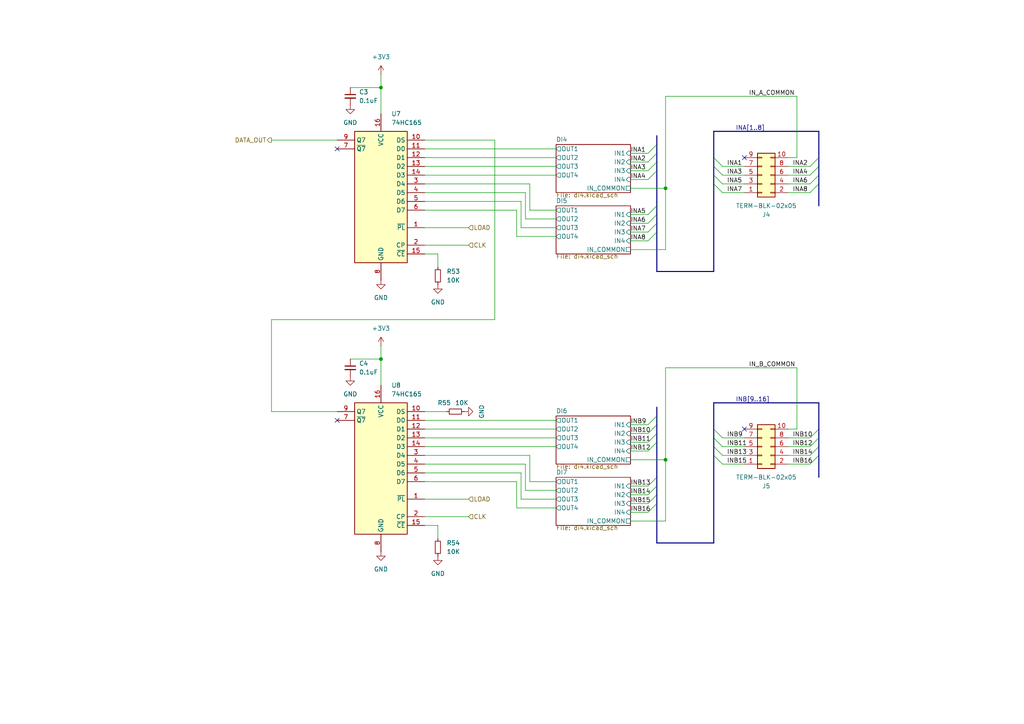
<source format=kicad_sch>
(kicad_sch (version 20231120) (generator "eeschema") (generator_version "8.0")
  (paper "A4")
  (lib_symbols
    (symbol "Device:C_Small" (pin_numbers hide) (pin_names (offset 0.254) hide)
      (property "Reference" "C" (at 0.254 1.778 0))
      (property "Value" "C_Small" (at 0.254 -2.032 0))
      (symbol "C_Small_0_1"
        (polyline (pts (xy -1.524 -0.508) (xy 1.524 -0.508)) (stroke (width 0.3302)))
        (polyline (pts (xy -1.524 0.508) (xy 1.524 0.508)) (stroke (width 0.3048)))
      )
      (symbol "C_Small_1_1"
        (pin passive line (at 0 2.54 270) (length 2.032) (name "~") (number "1"))
        (pin passive line (at 0 -2.54 90) (length 2.032) (name "~") (number "2"))
      )
    )
    (symbol "Device:R_Small" (pin_numbers hide) (pin_names (offset 0.254) hide)
      (property "Reference" "R" (at 0.762 0.508 0))
      (property "Value" "R_Small" (at 0.762 -1.016 0))
      (symbol "R_Small_0_1"
        (rectangle (start -0.762 1.778) (end 0.762 -1.778) (stroke (width 0.2032)))
      )
      (symbol "R_Small_1_1"
        (pin passive line (at 0 2.54 270) (length 0.762) (name "~") (number "1"))
        (pin passive line (at 0 -2.54 90) (length 0.762) (name "~") (number "2"))
      )
    )
    (symbol "hadv-connectors:TERM-BLK-02x05" (pin_names (offset 1.016) hide)
      (property "Reference" "J" (at 1.27 7.62 0))
      (property "Value" "TERM-BLK-02x05" (at 1.27 -7.62 0))
      (symbol "TERM-BLK-02x05_1_1"
        (rectangle (start -1.27 -4.953) (end 0 -5.207) (stroke (width 0.1524)))
        (rectangle (start -1.27 -2.413) (end 0 -2.667) (stroke (width 0.1524)))
        (rectangle (start -1.27 0.127) (end 0 -0.127) (stroke (width 0.1524)))
        (rectangle (start -1.27 2.667) (end 0 2.413) (stroke (width 0.1524)))
        (rectangle (start -1.27 5.207) (end 0 4.953) (stroke (width 0.1524)))
        (rectangle (start -1.27 6.35) (end 3.81 -6.35) (stroke (width 0.254)) (fill (type background)))
        (rectangle (start 3.81 -4.953) (end 2.54 -5.207) (stroke (width 0.1524)))
        (rectangle (start 3.81 -2.413) (end 2.54 -2.667) (stroke (width 0.1524)))
        (rectangle (start 3.81 0.127) (end 2.54 -0.127) (stroke (width 0.1524)))
        (rectangle (start 3.81 2.667) (end 2.54 2.413) (stroke (width 0.1524)))
        (rectangle (start 3.81 5.207) (end 2.54 4.953) (stroke (width 0.1524)))
        (pin passive line (at -5.08 5.08 0) (length 3.81) (name "Pin_1") (number "1"))
        (pin passive line (at 7.62 -5.08 180) (length 3.81) (name "Pin_10") (number "10"))
        (pin passive line (at 7.62 5.08 180) (length 3.81) (name "Pin_2") (number "2"))
        (pin passive line (at -5.08 2.54 0) (length 3.81) (name "Pin_3") (number "3"))
        (pin passive line (at 7.62 2.54 180) (length 3.81) (name "Pin_4") (number "4"))
        (pin passive line (at -5.08 0 0) (length 3.81) (name "Pin_5") (number "5"))
        (pin passive line (at 7.62 0 180) (length 3.81) (name "Pin_6") (number "6"))
        (pin passive line (at -5.08 -2.54 0) (length 3.81) (name "Pin_7") (number "7"))
        (pin passive line (at 7.62 -2.54 180) (length 3.81) (name "Pin_8") (number "8"))
        (pin passive line (at -5.08 -5.08 0) (length 3.81) (name "Pin_9") (number "9"))
      )
    )
    (symbol "hadv-interface:74HC165"
      (property "Reference" "U" (at -7.62 19.05 0))
      (property "Value" "74HC165" (at -7.62 -21.59 0))
      (symbol "74HC165_1_0"
        (pin input line (at -12.7 -10.16 0) (length 5.08) (name "~{PL}") (number "1"))
        (pin input line (at -12.7 15.24 0) (length 5.08) (name "DS") (number "10"))
        (pin input line (at -12.7 12.7 0) (length 5.08) (name "D0") (number "11"))
        (pin input line (at -12.7 10.16 0) (length 5.08) (name "D1") (number "12"))
        (pin input line (at -12.7 7.62 0) (length 5.08) (name "D2") (number "13"))
        (pin input line (at -12.7 5.08 0) (length 5.08) (name "D3") (number "14"))
        (pin input line (at -12.7 -17.78 0) (length 5.08) (name "~{CE}") (number "15"))
        (pin power_in line (at 0 22.86 270) (length 5.08) (name "VCC") (number "16"))
        (pin input line (at -12.7 -15.24 0) (length 5.08) (name "CP") (number "2"))
        (pin input line (at -12.7 2.54 0) (length 5.08) (name "D4") (number "3"))
        (pin input line (at -12.7 0 0) (length 5.08) (name "D5") (number "4"))
        (pin input line (at -12.7 -2.54 0) (length 5.08) (name "D6") (number "5"))
        (pin input line (at -12.7 -5.08 0) (length 5.08) (name "D7") (number "6"))
        (pin output line (at 12.7 12.7 180) (length 5.08) (name "~{Q7}") (number "7"))
        (pin power_in line (at 0 -25.4 90) (length 5.08) (name "GND") (number "8"))
        (pin output line (at 12.7 15.24 180) (length 5.08) (name "Q7") (number "9"))
      )
      (symbol "74HC165_1_1"
        (rectangle (start -7.62 17.78) (end 7.62 -20.32) (stroke (width 0.254)) (fill (type background)))
      )
    )
    (symbol "power:+3V3" (power) (pin_numbers hide) (pin_names (offset 0) hide)
      (property "Value" "+3V3" (at 0 3.556 0))
      (symbol "+3V3_0_1"
        (polyline (pts (xy -0.762 1.27) (xy 0 2.54)))
        (polyline (pts (xy 0 0) (xy 0 2.54)))
        (polyline (pts (xy 0 2.54) (xy 0.762 1.27)))
      )
      (symbol "+3V3_1_1"
        (pin power_in line (at 0 0 90) (length 0) (name "~") (number "1"))
      )
    )
    (symbol "power:GND" (power) (pin_numbers hide) (pin_names (offset 0) hide)
      (property "Value" "GND" (at 0 -3.81 0))
      (symbol "GND_0_1"
        (polyline (pts (xy 0 0) (xy 0 -1.27) (xy 1.27 -1.27) (xy 0 -2.54) (xy -1.27 -1.27) (xy 0 -1.27)))
      )
      (symbol "GND_1_1"
        (pin power_in line (at 0 0 270) (length 0) (name "~") (number "1"))
      )
    )
  )
  (junction (at 110.49 25.4))
  (junction (at 193.04 54.61))
  (junction (at 193.04 133.35))
  (junction (at 110.49 104.14))
  (no_connect (at 97.79 121.92))
  (no_connect (at 215.9 124.46))
  (no_connect (at 215.9 45.72))
  (no_connect (at 97.79 43.18))
  (bus_entry (at 207.01 50.8) (size 2.54 2.54))
  (bus_entry (at 207.01 48.26) (size 2.54 2.54))
  (bus_entry (at 190.5 120.65) (size -2.54 2.54))
  (bus_entry (at 190.5 138.43) (size -2.54 2.54))
  (bus_entry (at 237.49 45.72) (size -2.54 2.54))
  (bus_entry (at 190.5 62.23) (size -2.54 2.54))
  (bus_entry (at 190.5 67.31) (size -2.54 2.54))
  (bus_entry (at 190.5 49.53) (size -2.54 2.54))
  (bus_entry (at 207.01 127) (size 2.54 2.54))
  (bus_entry (at 190.5 123.19) (size -2.54 2.54))
  (bus_entry (at 190.5 46.99) (size -2.54 2.54))
  (bus_entry (at 207.01 45.72) (size 2.54 2.54))
  (bus_entry (at 190.5 128.27) (size -2.54 2.54))
  (bus_entry (at 190.5 140.97) (size -2.54 2.54))
  (bus_entry (at 190.5 59.69) (size -2.54 2.54))
  (bus_entry (at 190.5 44.45) (size -2.54 2.54))
  (bus_entry (at 190.5 125.73) (size -2.54 2.54))
  (bus_entry (at 237.49 127) (size -2.54 2.54))
  (bus_entry (at 237.49 53.34) (size -2.54 2.54))
  (bus_entry (at 237.49 132.08) (size -2.54 2.54))
  (bus_entry (at 190.5 143.51) (size -2.54 2.54))
  (bus_entry (at 207.01 132.08) (size 2.54 2.54))
  (bus_entry (at 190.5 146.05) (size -2.54 2.54))
  (bus_entry (at 237.49 124.46) (size -2.54 2.54))
  (bus_entry (at 237.49 48.26) (size -2.54 2.54))
  (bus_entry (at 207.01 129.54) (size 2.54 2.54))
  (bus_entry (at 207.01 53.34) (size 2.54 2.54))
  (bus_entry (at 207.01 124.46) (size 2.54 2.54))
  (bus_entry (at 190.5 41.91) (size -2.54 2.54))
  (bus_entry (at 237.49 129.54) (size -2.54 2.54))
  (bus_entry (at 237.49 50.8) (size -2.54 2.54))
  (bus_entry (at 190.5 64.77) (size -2.54 2.54))
  (wire (pts (xy 123.19 121.92) (xy 161.29 121.92)))
  (wire (pts (xy 209.55 129.54) (xy 215.9 129.54)))
  (wire (pts (xy 228.6 134.62) (xy 234.95 134.62)))
  (wire (pts (xy 231.14 106.68) (xy 193.04 106.68)))
  (wire (pts (xy 228.6 50.8) (xy 234.95 50.8)))
  (wire (pts (xy 123.19 48.26) (xy 161.29 48.26)))
  (bus (pts (xy 207.01 116.84) (xy 237.49 116.84)))
  (wire (pts (xy 182.88 151.13) (xy 193.04 151.13)))
  (wire (pts (xy 187.96 44.45) (xy 182.88 44.45)))
  (wire (pts (xy 187.96 64.77) (xy 182.88 64.77)))
  (wire (pts (xy 123.19 119.38) (xy 129.54 119.38)))
  (bus (pts (xy 190.5 59.69) (xy 190.5 62.23)))
  (wire (pts (xy 187.96 49.53) (xy 182.88 49.53)))
  (wire (pts (xy 153.67 132.08) (xy 153.67 139.7)))
  (bus (pts (xy 190.5 143.51) (xy 190.5 146.05)))
  (wire (pts (xy 149.86 147.32) (xy 161.29 147.32)))
  (wire (pts (xy 151.13 66.04) (xy 161.29 66.04)))
  (wire (pts (xy 123.19 60.96) (xy 149.86 60.96)))
  (bus (pts (xy 237.49 124.46) (xy 237.49 127)))
  (bus (pts (xy 207.01 45.72) (xy 207.01 38.1)))
  (wire (pts (xy 123.19 124.46) (xy 161.29 124.46)))
  (bus (pts (xy 190.5 157.48) (xy 207.01 157.48)))
  (bus (pts (xy 190.5 46.99) (xy 190.5 49.53)))
  (wire (pts (xy 209.55 127) (xy 215.9 127)))
  (wire (pts (xy 209.55 55.88) (xy 215.9 55.88)))
  (wire (pts (xy 101.6 104.14) (xy 110.49 104.14)))
  (wire (pts (xy 123.19 58.42) (xy 151.13 58.42)))
  (wire (pts (xy 231.14 124.46) (xy 231.14 106.68)))
  (bus (pts (xy 237.49 116.84) (xy 237.49 124.46)))
  (wire (pts (xy 228.6 45.72) (xy 231.14 45.72)))
  (wire (pts (xy 123.19 152.4) (xy 127 152.4)))
  (wire (pts (xy 193.04 27.94) (xy 193.04 54.61)))
  (wire (pts (xy 153.67 53.34) (xy 153.67 60.96)))
  (bus (pts (xy 207.01 38.1) (xy 237.49 38.1)))
  (bus (pts (xy 207.01 53.34) (xy 207.01 50.8)))
  (wire (pts (xy 123.19 137.16) (xy 151.13 137.16)))
  (bus (pts (xy 237.49 50.8) (xy 237.49 53.34)))
  (bus (pts (xy 237.49 48.26) (xy 237.49 50.8)))
  (bus (pts (xy 190.5 118.11) (xy 190.5 120.65)))
  (wire (pts (xy 228.6 53.34) (xy 234.95 53.34)))
  (bus (pts (xy 190.5 49.53) (xy 190.5 59.69)))
  (bus (pts (xy 190.5 125.73) (xy 190.5 128.27)))
  (wire (pts (xy 123.19 55.88) (xy 152.4 55.88)))
  (wire (pts (xy 182.88 143.51) (xy 187.96 143.51)))
  (wire (pts (xy 153.67 60.96) (xy 161.29 60.96)))
  (wire (pts (xy 110.49 100.33) (xy 110.49 104.14)))
  (wire (pts (xy 187.96 52.07) (xy 182.88 52.07)))
  (bus (pts (xy 207.01 124.46) (xy 207.01 116.84)))
  (bus (pts (xy 237.49 129.54) (xy 237.49 132.08)))
  (wire (pts (xy 123.19 134.62) (xy 152.4 134.62)))
  (bus (pts (xy 190.5 64.77) (xy 190.5 67.31)))
  (wire (pts (xy 152.4 134.62) (xy 152.4 142.24)))
  (wire (pts (xy 228.6 124.46) (xy 231.14 124.46)))
  (bus (pts (xy 190.5 146.05) (xy 190.5 157.48)))
  (bus (pts (xy 190.5 39.37) (xy 190.5 41.91)))
  (wire (pts (xy 151.13 144.78) (xy 161.29 144.78)))
  (bus (pts (xy 207.01 50.8) (xy 207.01 48.26)))
  (wire (pts (xy 193.04 72.39) (xy 193.04 54.61)))
  (wire (pts (xy 152.4 55.88) (xy 152.4 63.5)))
  (wire (pts (xy 187.96 46.99) (xy 182.88 46.99)))
  (wire (pts (xy 78.74 119.38) (xy 97.79 119.38)))
  (wire (pts (xy 123.19 127) (xy 161.29 127)))
  (wire (pts (xy 78.74 92.71) (xy 143.51 92.71)))
  (wire (pts (xy 228.6 55.88) (xy 234.95 55.88)))
  (wire (pts (xy 209.55 53.34) (xy 215.9 53.34)))
  (wire (pts (xy 123.19 71.12) (xy 135.89 71.12)))
  (bus (pts (xy 190.5 120.65) (xy 190.5 123.19)))
  (wire (pts (xy 123.19 45.72) (xy 161.29 45.72)))
  (wire (pts (xy 187.96 125.73) (xy 182.88 125.73)))
  (bus (pts (xy 207.01 129.54) (xy 207.01 127)))
  (bus (pts (xy 190.5 41.91) (xy 190.5 44.45)))
  (wire (pts (xy 193.04 106.68) (xy 193.04 133.35)))
  (wire (pts (xy 123.19 129.54) (xy 161.29 129.54)))
  (wire (pts (xy 153.67 139.7) (xy 161.29 139.7)))
  (wire (pts (xy 193.04 151.13) (xy 193.04 133.35)))
  (bus (pts (xy 237.49 38.1) (xy 237.49 45.72)))
  (wire (pts (xy 182.88 72.39) (xy 193.04 72.39)))
  (wire (pts (xy 187.96 128.27) (xy 182.88 128.27)))
  (wire (pts (xy 187.96 67.31) (xy 182.88 67.31)))
  (bus (pts (xy 207.01 127) (xy 207.01 124.46)))
  (bus (pts (xy 207.01 157.48) (xy 207.01 132.08)))
  (wire (pts (xy 228.6 127) (xy 234.95 127)))
  (wire (pts (xy 123.19 66.04) (xy 135.89 66.04)))
  (bus (pts (xy 207.01 132.08) (xy 207.01 129.54)))
  (wire (pts (xy 123.19 73.66) (xy 127 73.66)))
  (wire (pts (xy 149.86 60.96) (xy 149.86 68.58)))
  (wire (pts (xy 209.55 50.8) (xy 215.9 50.8)))
  (bus (pts (xy 237.49 45.72) (xy 237.49 48.26)))
  (wire (pts (xy 151.13 58.42) (xy 151.13 66.04)))
  (wire (pts (xy 127 152.4) (xy 127 156.21)))
  (bus (pts (xy 237.49 132.08) (xy 237.49 138.43)))
  (bus (pts (xy 190.5 78.74) (xy 207.01 78.74)))
  (bus (pts (xy 190.5 140.97) (xy 190.5 143.51)))
  (bus (pts (xy 237.49 53.34) (xy 237.49 59.69)))
  (wire (pts (xy 228.6 129.54) (xy 234.95 129.54)))
  (wire (pts (xy 228.6 132.08) (xy 234.95 132.08)))
  (wire (pts (xy 193.04 133.35) (xy 182.88 133.35)))
  (wire (pts (xy 151.13 137.16) (xy 151.13 144.78)))
  (wire (pts (xy 123.19 53.34) (xy 153.67 53.34)))
  (wire (pts (xy 143.51 40.64) (xy 123.19 40.64)))
  (wire (pts (xy 187.96 140.97) (xy 182.88 140.97)))
  (wire (pts (xy 101.6 25.4) (xy 110.49 25.4)))
  (wire (pts (xy 110.49 104.14) (xy 110.49 111.76)))
  (wire (pts (xy 143.51 92.71) (xy 143.51 40.64)))
  (wire (pts (xy 123.19 144.78) (xy 135.89 144.78)))
  (wire (pts (xy 123.19 139.7) (xy 149.86 139.7)))
  (wire (pts (xy 123.19 149.86) (xy 135.89 149.86)))
  (wire (pts (xy 152.4 63.5) (xy 161.29 63.5)))
  (bus (pts (xy 237.49 127) (xy 237.49 129.54)))
  (wire (pts (xy 78.74 40.64) (xy 97.79 40.64)))
  (bus (pts (xy 190.5 123.19) (xy 190.5 125.73)))
  (wire (pts (xy 187.96 69.85) (xy 182.88 69.85)))
  (wire (pts (xy 123.19 132.08) (xy 153.67 132.08)))
  (bus (pts (xy 190.5 62.23) (xy 190.5 64.77)))
  (wire (pts (xy 149.86 68.58) (xy 161.29 68.58)))
  (wire (pts (xy 127 73.66) (xy 127 77.47)))
  (bus (pts (xy 207.01 48.26) (xy 207.01 45.72)))
  (wire (pts (xy 228.6 48.26) (xy 234.95 48.26)))
  (wire (pts (xy 187.96 146.05) (xy 182.88 146.05)))
  (wire (pts (xy 149.86 139.7) (xy 149.86 147.32)))
  (wire (pts (xy 193.04 54.61) (xy 182.88 54.61)))
  (wire (pts (xy 152.4 142.24) (xy 161.29 142.24)))
  (wire (pts (xy 123.19 50.8) (xy 161.29 50.8)))
  (bus (pts (xy 190.5 44.45) (xy 190.5 46.99)))
  (bus (pts (xy 190.5 128.27) (xy 190.5 138.43)))
  (bus (pts (xy 190.5 67.31) (xy 190.5 78.74)))
  (wire (pts (xy 110.49 25.4) (xy 110.49 33.02)))
  (wire (pts (xy 187.96 123.19) (xy 182.88 123.19)))
  (wire (pts (xy 110.49 21.59) (xy 110.49 25.4)))
  (wire (pts (xy 209.55 48.26) (xy 215.9 48.26)))
  (wire (pts (xy 209.55 132.08) (xy 215.9 132.08)))
  (wire (pts (xy 187.96 148.59) (xy 182.88 148.59)))
  (wire (pts (xy 209.55 134.62) (xy 215.9 134.62)))
  (bus (pts (xy 190.5 138.43) (xy 190.5 140.97)))
  (wire (pts (xy 187.96 62.23) (xy 182.88 62.23)))
  (wire (pts (xy 78.74 119.38) (xy 78.74 92.71)))
  (bus (pts (xy 207.01 78.74) (xy 207.01 53.34)))
  (wire (pts (xy 123.19 43.18) (xy 161.29 43.18)))
  (wire (pts (xy 187.96 130.81) (xy 182.88 130.81)))
  (wire (pts (xy 231.14 45.72) (xy 231.14 27.94)))
  (wire (pts (xy 231.14 27.94) (xy 193.04 27.94)))
  (label "INA7" (at 182.88 67.31 0))
  (label "INA3" (at 210.82 50.8 0))
  (label "INA2" (at 182.88 46.99 0))
  (label "INA3" (at 182.88 49.53 0))
  (label "INA5" (at 210.82 53.34 0))
  (label "INB16" (at 229.87 134.62 0))
  (label "INB14" (at 229.87 132.08 0))
  (label "INA4" (at 182.88 52.07 0))
  (label "INA8" (at 229.87 55.88 0))
  (label "IN_A_COMMON" (at 217.17 27.94 0))
  (label "INA8" (at 182.88 69.85 0))
  (label "INB9" (at 182.88 123.19 0))
  (label "INB12" (at 182.88 130.81 0))
  (label "INA6" (at 229.87 53.34 0))
  (label "IN_B_COMMON" (at 217.17 106.68 0))
  (label "INA5" (at 182.88 62.23 0))
  (label "INB15" (at 210.82 134.62 0))
  (label "INB16" (at 182.88 148.59 0))
  (label "INA1" (at 210.82 48.26 0))
  (label "INA2" (at 229.87 48.26 0))
  (label "INA7" (at 210.82 55.88 0))
  (label "INB13" (at 210.82 132.08 0))
  (label "INB9" (at 210.82 127 0))
  (label "INA1" (at 182.88 44.45 0))
  (label "INB10" (at 182.88 125.73 0))
  (label "INB11" (at 210.82 129.54 0))
  (label "INA[1..8]" (at 213.36 38.1 0))
  (label "INB15" (at 182.88 146.05 0))
  (label "INB11" (at 182.88 128.27 0))
  (label "INB13" (at 182.88 140.97 0))
  (label "INB12" (at 229.87 129.54 0))
  (label "INA4" (at 229.87 50.8 0))
  (label "INB14" (at 182.88 143.51 0))
  (label "INB10" (at 229.87 127 0))
  (label "INA6" (at 182.88 64.77 0))
  (label "INB[9..16]" (at 213.36 116.84 0))
  (hierarchical_label "CLK" (shape input) (at 135.89 71.12 0))
  (hierarchical_label "LOAD" (shape input) (at 135.89 144.78 0))
  (hierarchical_label "LOAD" (shape input) (at 135.89 66.04 0))
  (hierarchical_label "DATA_OUT" (shape output) (at 78.74 40.64 180))
  (hierarchical_label "CLK" (shape input) (at 135.89 149.86 0))
  (symbol (lib_id "power:GND") (at 110.49 160.02 0) (unit 1)
    (property "Reference" "#PWR026" (effects (hide yes)))
    (property "Value" "GND" (at 110.49 165.1 0))
    (property "Description" "Power symbol creates a global label with name \"GND\" , ground" (effects (hide yes)))
  )
  (symbol (lib_id "Device:R_Small") (at 127 80.01 0) (unit 1)
    (property "Reference" "R53" (at 129.54 78.7399 0) (effects (justify left)))
    (property "Value" "10K" (at 129.54 81.2799 0) (effects (justify left)))
    (property "Footprint" "Resistor_SMD:R_0603_1608Metric" (effects (hide yes)))
    (property "Description" "Resistor, small symbol" (effects (hide yes)))
    (property "LCSC#" "C98220" (effects (hide yes)))
  )
  (symbol (lib_id "power:GND") (at 101.6 109.22 0) (unit 1)
    (property "Reference" "#PWR022" (effects (hide yes)))
    (property "Value" "GND" (at 101.6 114.3 0))
    (property "Description" "Power symbol creates a global label with name \"GND\" , ground" (effects (hide yes)))
  )
  (symbol (lib_id "power:GND") (at 101.6 30.48 0) (unit 1)
    (property "Reference" "#PWR021" (effects (hide yes)))
    (property "Value" "GND" (at 101.6 35.56 0))
    (property "Description" "Power symbol creates a global label with name \"GND\" , ground" (effects (hide yes)))
  )
  (symbol (lib_id "power:+3V3") (at 110.49 100.33 0) (unit 1)
    (property "Reference" "#PWR025" (effects (hide yes)))
    (property "Value" "+3V3" (at 110.49 95.25 0))
    (property "Description" "Power symbol creates a global label with name \"+3V3\"" (effects (hide yes)))
  )
  (symbol (lib_id "Device:R_Small") (at 127 158.75 0) (unit 1)
    (property "Reference" "R54" (at 129.54 157.4799 0) (effects (justify left)))
    (property "Value" "10K" (at 129.54 160.0199 0) (effects (justify left)))
    (property "Footprint" "Resistor_SMD:R_0603_1608Metric" (effects (hide yes)))
    (property "Description" "Resistor, small symbol" (effects (hide yes)))
    (property "LCSC#" "C98220" (effects (hide yes)))
  )
  (symbol (lib_id "hadv-connectors:TERM-BLK-02x05") (at 220.98 129.54 0) (mirror x) (unit 1)
    (property "Reference" "J5" (at 222.25 140.97 0))
    (property "Value" "TERM-BLK-02x05" (at 222.25 138.43 0))
    (property "Footprint" "hadv-connectors:JL15EDGRHC-35005B02" (effects (hide yes)))
    (property "Datasheet" "https://www.lcsc.com/datasheet/lcsc_datasheet_2110272030_JILN-JL15EDGRHC-35005B02_C2908411.pdf" (effects (hide yes)))
    (property "Description" "2x5 pin terminal block receptacle, 3.5mm pitch" (effects (hide yes)))
    (property "MPN" "JL15EDGRHC-35005B02" (effects (hide yes)))
    (property "Manufacturer" "JILN" (effects (hide yes)))
    (property "LCSC#" "C2908411" (effects (hide yes)))
  )
  (symbol (lib_id "power:GND") (at 110.49 81.28 0) (unit 1)
    (property "Reference" "#PWR024" (effects (hide yes)))
    (property "Value" "GND" (at 110.49 86.36 0))
    (property "Description" "Power symbol creates a global label with name \"GND\" , ground" (effects (hide yes)))
  )
  (symbol (lib_id "Device:C_Small") (at 101.6 27.94 0) (unit 1)
    (property "Reference" "C3" (at 104.14 26.6762 0) (effects (justify left)))
    (property "Value" "0.1uF" (at 104.14 29.2162 0) (effects (justify left)))
    (property "Footprint" "Capacitor_SMD:C_0603_1608Metric" (effects (hide yes)))
    (property "Description" "Unpolarized capacitor, small symbol" (effects (hide yes)))
    (property "LCSC#" "C14663" (effects (hide yes)))
  )
  (symbol (lib_id "Device:R_Small") (at 132.08 119.38 90) (unit 1)
    (property "Reference" "R55" (at 130.8099 116.84 90) (effects (justify left)))
    (property "Value" "10K" (at 135.89 116.84 90) (effects (justify left)))
    (property "Footprint" "Resistor_SMD:R_0603_1608Metric" (effects (hide yes)))
    (property "Description" "Resistor, small symbol" (effects (hide yes)))
    (property "LCSC#" "C98220" (effects (hide yes)))
  )
  (symbol (lib_id "hadv-interface:74HC165") (at 110.49 134.62 0) (mirror y) (unit 1)
    (property "Reference" "U8" (at 113.5065 111.76 0) (effects (justify right)))
    (property "Value" "74HC165" (at 113.5065 114.3 0) (effects (justify right)))
    (property "Footprint" "Package_SO:SO-16_3.9x9.9mm_P1.27mm" (effects (hide yes)))
    (property "Datasheet" "https://www.lcsc.com/datasheet/lcsc_datasheet_2407241044_Nexperia-74HC165D-653_C5613.pdf" (effects (hide yes)))
    (property "Description" "Shift Register 8-bit, parallel load serial out" (effects (hide yes)))
    (property "MPN" "74HC165D,653" (effects (hide yes)))
    (property "Manufacturer" "Nexperia" (effects (hide yes)))
    (property "LCSC#" "C5613" (effects (hide yes)))
  )
  (symbol (lib_id "hadv-connectors:TERM-BLK-02x05") (at 220.98 50.8 0) (mirror x) (unit 1)
    (property "Reference" "J4" (at 222.25 62.23 0))
    (property "Value" "TERM-BLK-02x05" (at 222.25 59.69 0))
    (property "Footprint" "hadv-connectors:JL15EDGRHC-35005B02" (effects (hide yes)))
    (property "Datasheet" "https://www.lcsc.com/datasheet/lcsc_datasheet_2110272030_JILN-JL15EDGRHC-35005B02_C2908411.pdf" (effects (hide yes)))
    (property "Description" "2x5 pin terminal block receptacle, 3.5mm pitch" (effects (hide yes)))
    (property "MPN" "JL15EDGRHC-35005B02" (effects (hide yes)))
    (property "Manufacturer" "JILN" (effects (hide yes)))
    (property "LCSC#" "C2908411" (effects (hide yes)))
  )
  (symbol (lib_id "hadv-interface:74HC165") (at 110.49 55.88 0) (mirror y) (unit 1)
    (property "Reference" "U7" (at 113.5065 33.02 0) (effects (justify right)))
    (property "Value" "74HC165" (at 113.5065 35.56 0) (effects (justify right)))
    (property "Footprint" "Package_SO:SO-16_3.9x9.9mm_P1.27mm" (effects (hide yes)))
    (property "Datasheet" "https://www.lcsc.com/datasheet/lcsc_datasheet_2407241044_Nexperia-74HC165D-653_C5613.pdf" (effects (hide yes)))
    (property "Description" "Shift Register 8-bit, parallel load serial out" (effects (hide yes)))
    (property "MPN" "74HC165D,653" (effects (hide yes)))
    (property "Manufacturer" "Nexperia" (effects (hide yes)))
    (property "LCSC#" "C5613" (effects (hide yes)))
  )
  (symbol (lib_id "power:GND") (at 134.62 119.38 90) (unit 1)
    (property "Reference" "#PWR029" (effects (hide yes)))
    (property "Value" "GND" (at 139.7 119.38 0))
    (property "Description" "Power symbol creates a global label with name \"GND\" , ground" (effects (hide yes)))
  )
  (symbol (lib_id "power:GND") (at 127 82.55 0) (unit 1)
    (property "Reference" "#PWR027" (effects (hide yes)))
    (property "Value" "GND" (at 127 87.63 0))
    (property "Description" "Power symbol creates a global label with name \"GND\" , ground" (effects (hide yes)))
  )
  (symbol (lib_id "Device:C_Small") (at 101.6 106.68 0) (unit 1)
    (property "Reference" "C4" (at 104.14 105.4162 0) (effects (justify left)))
    (property "Value" "0.1uF" (at 104.14 107.9562 0) (effects (justify left)))
    (property "Footprint" "Capacitor_SMD:C_0603_1608Metric" (effects (hide yes)))
    (property "Description" "Unpolarized capacitor, small symbol" (effects (hide yes)))
    (property "LCSC#" "C14663" (effects (hide yes)))
  )
  (symbol (lib_id "power:GND") (at 127 161.29 0) (unit 1)
    (property "Reference" "#PWR028" (effects (hide yes)))
    (property "Value" "GND" (at 127 166.37 0))
    (property "Description" "Power symbol creates a global label with name \"GND\" , ground" (effects (hide yes)))
  )
  (symbol (lib_id "power:+3V3") (at 110.49 21.59 0) (unit 1)
    (property "Reference" "#PWR023" (effects (hide yes)))
    (property "Value" "+3V3" (at 110.49 16.51 0))
    (property "Description" "Power symbol creates a global label with name \"+3V3\"" (effects (hide yes)))
  )
  (sheet (at 161.29 138.43) (size 21.59 13.97) (stroke (width 0.1524))
    (property "Sheetname" "DI7" (at 161.29 137.7184 0) (effects (justify left bottom)))
    (property "Sheetfile" "di4.kicad_sch" (at 161.29 152.3496 0) (effects (justify left top)))
    (pin "IN1" input (at 182.88 140.97 0))
    (pin "IN2" input (at 182.88 143.51 0))
    (pin "IN3" input (at 182.88 146.05 0))
    (pin "IN4" input (at 182.88 148.59 0))
    (pin "IN_COMMON" passive (at 182.88 151.13 0))
    (pin "OUT3" output (at 161.29 144.78 180))
    (pin "OUT4" output (at 161.29 147.32 180))
    (pin "OUT1" output (at 161.29 139.7 180))
    (pin "OUT2" output (at 161.29 142.24 180))
  )
  (sheet (at 161.29 59.69) (size 21.59 13.97) (stroke (width 0.1524))
    (property "Sheetname" "DI5" (at 161.29 58.9784 0) (effects (justify left bottom)))
    (property "Sheetfile" "di4.kicad_sch" (at 161.29 73.6096 0) (effects (justify left top)))
    (pin "IN1" input (at 182.88 62.23 0))
    (pin "IN2" input (at 182.88 64.77 0))
    (pin "IN3" input (at 182.88 67.31 0))
    (pin "IN4" input (at 182.88 69.85 0))
    (pin "IN_COMMON" passive (at 182.88 72.39 0))
    (pin "OUT3" output (at 161.29 66.04 180))
    (pin "OUT4" output (at 161.29 68.58 180))
    (pin "OUT1" output (at 161.29 60.96 180))
    (pin "OUT2" output (at 161.29 63.5 180))
  )
  (sheet (at 161.29 120.65) (size 21.59 13.97) (stroke (width 0.1524))
    (property "Sheetname" "DI6" (at 161.29 119.9384 0) (effects (justify left bottom)))
    (property "Sheetfile" "di4.kicad_sch" (at 161.29 134.5696 0) (effects (justify left top)))
    (pin "IN1" input (at 182.88 123.19 0))
    (pin "IN2" input (at 182.88 125.73 0))
    (pin "IN3" input (at 182.88 128.27 0))
    (pin "IN4" input (at 182.88 130.81 0))
    (pin "IN_COMMON" passive (at 182.88 133.35 0))
    (pin "OUT3" output (at 161.29 127 180))
    (pin "OUT4" output (at 161.29 129.54 180))
    (pin "OUT1" output (at 161.29 121.92 180))
    (pin "OUT2" output (at 161.29 124.46 180))
  )
  (sheet (at 161.29 41.91) (size 21.59 13.97) (stroke (width 0.1524))
    (property "Sheetname" "DI4" (at 161.29 41.1984 0) (effects (justify left bottom)))
    (property "Sheetfile" "di4.kicad_sch" (at 161.29 55.8296 0) (effects (justify left top)))
    (pin "IN1" input (at 182.88 44.45 0))
    (pin "IN2" input (at 182.88 46.99 0))
    (pin "IN3" input (at 182.88 49.53 0))
    (pin "IN4" input (at 182.88 52.07 0))
    (pin "IN_COMMON" passive (at 182.88 54.61 0))
    (pin "OUT3" output (at 161.29 48.26 180))
    (pin "OUT4" output (at 161.29 50.8 180))
    (pin "OUT1" output (at 161.29 43.18 180))
    (pin "OUT2" output (at 161.29 45.72 180))
  )
)
</source>
